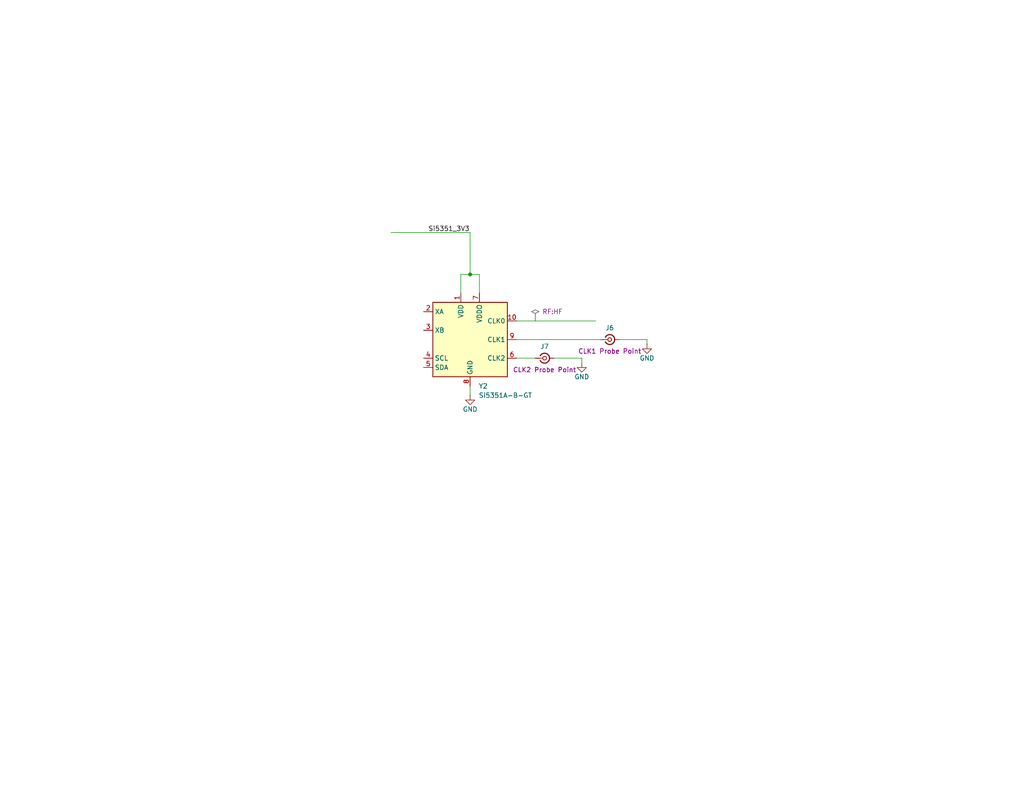
<source format=kicad_sch>
(kicad_sch (version 20250114) (generator "eeschema") (generator_version "9.0")
  (paper "A")
  (lib_symbols
    (symbol "Connector:Conn_Coaxial_Small" (pin_numbers (hide yes)) (pin_names (offset 1.016) (hide yes))
      (property "Reference" "J" (at 0.254 3.048 0))
      (property "Value" "Conn_Coaxial_Small" (at 0 -3.81 0))
      (symbol "Conn_Coaxial_Small_0_1"
        (polyline (pts (xy -2.54 0) (xy -0.508 0)))
        (circle (center 0 0) (radius 0.508) (stroke (width 0.2032)))
      )
      (symbol "Conn_Coaxial_Small_1_1"
        (arc (start 1.3484 0.0039) (mid 0.327 -1.308) (end -1.1916 -0.6311) (stroke (width 0.3048)))
        (arc (start -1.1916 0.6311) (mid 0.327 1.3081) (end 1.3484 -0.0039) (stroke (width 0.3048)))
        (pin passive line (at -2.54 0 0) (length 1.27) (name "In") (number "1"))
        (pin passive line (at 2.54 0 180) (length 1.27) (name "Ext") (number "2"))
      )
    )
    (symbol "Oscillator:Si5351A-B-GT"
      (property "Reference" "Y" (at -8.89 11.43 0))
      (property "Value" "Si5351A-B-GT" (at -12.7 -12.7 0))
      (symbol "Si5351A-B-GT_0_1"
        (rectangle (start -10.16 10.16) (end 10.16 -10.16) (stroke (width 0.254)) (fill (type background)))
      )
      (symbol "Si5351A-B-GT_1_1"
        (pin input line (at -12.7 7.62 0) (length 2.54) (name "XA") (number "2"))
        (pin input line (at -12.7 2.54 0) (length 2.54) (name "XB") (number "3"))
        (pin input line (at -12.7 -5.08 0) (length 2.54) (name "SCL") (number "4"))
        (pin bidirectional line (at -12.7 -7.62 0) (length 2.54) (name "SDA") (number "5"))
        (pin power_in line (at -2.54 12.7 270) (length 2.54) (name "VDD") (number "1"))
        (pin power_in line (at 0 -12.7 90) (length 2.54) (name "GND") (number "8"))
        (pin power_in line (at 2.54 12.7 270) (length 2.54) (name "VDDO") (number "7"))
        (pin output line (at 12.7 5.08 180) (length 2.54) (name "CLK0") (number "10"))
        (pin output line (at 12.7 0 180) (length 2.54) (name "CLK1") (number "9"))
        (pin output line (at 12.7 -5.08 180) (length 2.54) (name "CLK2") (number "6"))
      )
    )
    (symbol "power:GND" (power) (pin_numbers (hide yes)) (pin_names (offset 0) (hide yes))
      (property "Value" "GND" (at 0 -3.81 0))
      (symbol "GND_0_1"
        (polyline (pts (xy 0 0) (xy 0 -1.27) (xy 1.27 -1.27) (xy 0 -2.54) (xy -1.27 -1.27) (xy 0 -1.27)))
      )
      (symbol "GND_1_1"
        (pin power_in line (at 0 0 270) (length 0) (name "~") (number "1"))
      )
    )
  )
  (junction (at 128.27 74.93))
  (wire (pts (xy 140.97 97.79) (xy 146.05 97.79)))
  (wire (pts (xy 125.73 74.93) (xy 125.73 80.01)))
  (wire (pts (xy 106.68 63.5) (xy 128.27 63.5)))
  (wire (pts (xy 130.81 74.93) (xy 130.81 80.01)))
  (wire (pts (xy 128.27 74.93) (xy 128.27 63.5)))
  (wire (pts (xy 151.13 97.79) (xy 158.75 97.79)))
  (wire (pts (xy 140.97 92.71) (xy 163.83 92.71)))
  (wire (pts (xy 128.27 74.93) (xy 130.81 74.93)))
  (wire (pts (xy 158.75 99.06) (xy 158.75 97.79)))
  (wire (pts (xy 128.27 107.95) (xy 128.27 105.41)))
  (wire (pts (xy 140.97 87.63) (xy 162.56 87.63)))
  (wire (pts (xy 176.53 93.98) (xy 176.53 92.71)))
  (wire (pts (xy 176.53 92.71) (xy 168.91 92.71)))
  (wire (pts (xy 125.73 74.93) (xy 128.27 74.93)))
  (label "Si5351_3V3" (at 116.84 63.5 0))
  (netclass_flag "" (length 2.54) (shape diamond) (at 146.05 87.63 0) (property "Netclass" "RF:HF" (at 147.955 85.09 0) (effects (justify left))))
  (symbol (lib_id "Connector:Conn_Coaxial_Small") (at 148.59 97.79 0) (unit 1)
    (property "Reference" "J7" (at 148.59 94.615 0))
    (property "Value" "Conn_Coaxial_Small" (effects (hide yes)))
    (property "Description" "CLK2 Probe Point" (at 148.59 100.965 0))
  )
  (symbol (lib_id "power:GND") (at 176.53 93.98 0) (unit 1)
    (property "Reference" "#PWR050" (effects (hide yes)))
    (property "Value" "GND" (at 176.53 97.79 0))
    (property "Description" "Power symbol creates a global label with name \"GND\" , ground" (effects (hide yes)))
  )
  (symbol (lib_id "Connector:Conn_Coaxial_Small") (at 166.37 92.71 0) (unit 1)
    (property "Reference" "J6" (at 166.37 89.535 0))
    (property "Value" "Conn_Coaxial_Small" (effects (hide yes)))
    (property "Description" "CLK1 Probe Point" (at 166.37 95.885 0))
  )
  (symbol (lib_id "Oscillator:Si5351A-B-GT") (at 128.27 92.71 0) (unit 1)
    (property "Reference" "Y2" (at 130.5848 105.41 0) (effects (justify left)))
    (property "Value" "Si5351A-B-GT" (at 130.5848 107.95 0) (effects (justify left)))
    (property "Footprint" "Package_SO:MSOP-10_3x3mm_P0.5mm" (effects (hide yes)))
    (property "Datasheet" "https://www.silabs.com/documents/public/data-sheets/Si5351-B.pdf" (effects (hide yes)))
    (property "Description" "I2C Programmable Any-Frequency CMOS Clock Generator, MSOP-8" (effects (hide yes)))
  )
  (symbol (lib_id "power:GND") (at 128.27 107.95 0) (unit 1)
    (property "Reference" "#PWR048" (effects (hide yes)))
    (property "Value" "GND" (at 128.27 111.76 0))
    (property "Description" "Power symbol creates a global label with name \"GND\" , ground" (effects (hide yes)))
  )
  (symbol (lib_id "power:GND") (at 158.75 99.06 0) (unit 1)
    (property "Reference" "#PWR049" (effects (hide yes)))
    (property "Value" "GND" (at 158.75 102.87 0))
    (property "Description" "Power symbol creates a global label with name \"GND\" , ground" (effects (hide yes)))
  )
)
</source>
